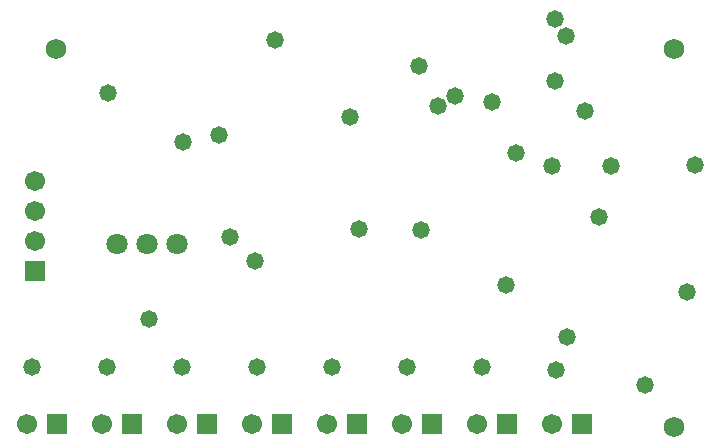
<source format=gbs>
G04 Layer_Color=16711935*
%FSLAX23Y23*%
%MOIN*%
G70*
G01*
G75*
%ADD49C,0.071*%
%ADD50C,0.068*%
%ADD51C,0.067*%
%ADD52R,0.067X0.067*%
%ADD53R,0.067X0.067*%
%ADD54C,0.058*%
D49*
X1585Y1760D02*
D03*
X1485D02*
D03*
X1385D02*
D03*
D50*
X3240Y1150D02*
D03*
Y2410D02*
D03*
X1180D02*
D03*
D51*
X1110Y1970D02*
D03*
Y1870D02*
D03*
Y1770D02*
D03*
X2835Y1160D02*
D03*
X2585D02*
D03*
X2335D02*
D03*
X2085D02*
D03*
X1835D02*
D03*
X1585D02*
D03*
X1335D02*
D03*
X1085D02*
D03*
D52*
X1110Y1670D02*
D03*
D53*
X2935Y1160D02*
D03*
X2685D02*
D03*
X2435D02*
D03*
X2185D02*
D03*
X1935D02*
D03*
X1685D02*
D03*
X1435D02*
D03*
X1185D02*
D03*
D54*
X3030Y2020D02*
D03*
X2510Y2255D02*
D03*
X2635Y2235D02*
D03*
X2190Y1810D02*
D03*
X2100Y1350D02*
D03*
X1350D02*
D03*
X2399Y1806D02*
D03*
X3285Y1600D02*
D03*
X3145Y1290D02*
D03*
X2833Y2022D02*
D03*
X3310Y2025D02*
D03*
X2715Y2065D02*
D03*
X2390Y2355D02*
D03*
X1912Y2442D02*
D03*
X1725Y2125D02*
D03*
X1845Y1705D02*
D03*
X1355Y2265D02*
D03*
X1490Y1512D02*
D03*
X2600Y1350D02*
D03*
X2350D02*
D03*
X1850D02*
D03*
X1600D02*
D03*
X1100D02*
D03*
X2990Y1850D02*
D03*
X1605Y2100D02*
D03*
X1760Y1785D02*
D03*
X2680Y1625D02*
D03*
X2160Y2185D02*
D03*
X2455Y2220D02*
D03*
X2880Y2455D02*
D03*
X2845Y2510D02*
D03*
X2945Y2205D02*
D03*
X2845Y2305D02*
D03*
X2885Y1450D02*
D03*
X2849Y1340D02*
D03*
M02*

</source>
